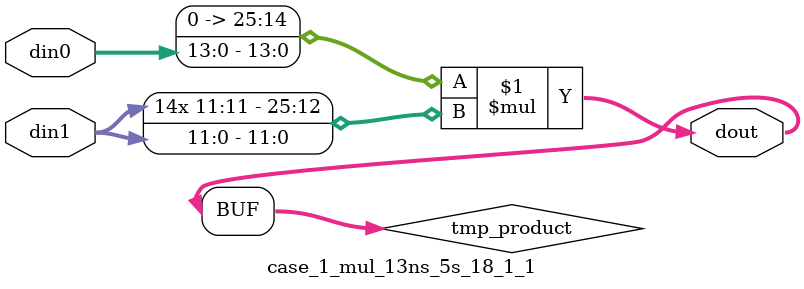
<source format=v>

`timescale 1 ns / 1 ps

 (* use_dsp = "no" *)  module case_1_mul_13ns_5s_18_1_1(din0, din1, dout);
parameter ID = 1;
parameter NUM_STAGE = 0;
parameter din0_WIDTH = 14;
parameter din1_WIDTH = 12;
parameter dout_WIDTH = 26;

input [din0_WIDTH - 1 : 0] din0; 
input [din1_WIDTH - 1 : 0] din1; 
output [dout_WIDTH - 1 : 0] dout;

wire signed [dout_WIDTH - 1 : 0] tmp_product;

























assign tmp_product = $signed({1'b0, din0}) * $signed(din1);










assign dout = tmp_product;





















endmodule

</source>
